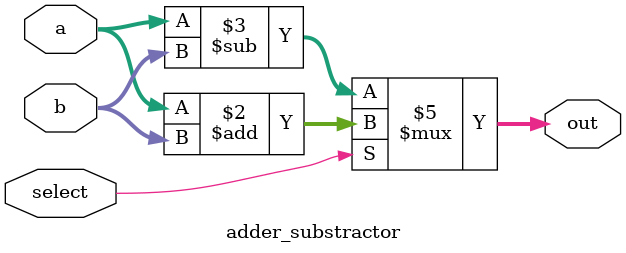
<source format=v>
module adder_substractor (a,b,select,out);
input [3:0]a;
input [3:0]b;
input select;
output [4:0]out;
reg [4:0]out;
always @(select or a or b)
begin 
	if (select)
	begin 
		out = a+b;
	end
	else
	begin 
		out = a-b;
	end
end
endmodule
</source>
